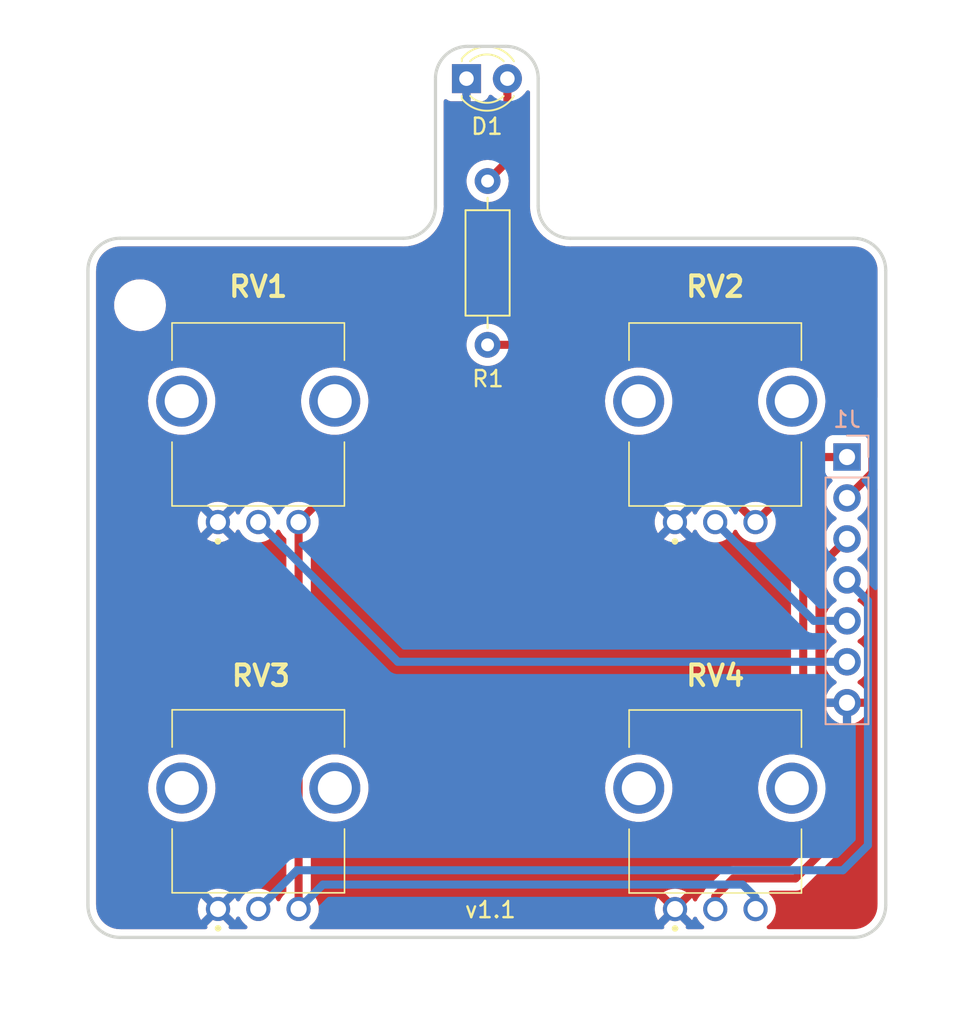
<source format=kicad_pcb>
(kicad_pcb (version 20211014) (generator pcbnew)
  (layers (0 "F.Cu" signal) (31 "B.Cu" signal) (34 "B.Paste" user) (35 "F.Paste" user) (36 "B.SilkS" user "B.Silkscreen") (37 "F.SilkS" user "F.Silkscreen") (38 "B.Mask" user) (39 "F.Mask" user) (44 "Edge.Cuts" user))
  (net 0 "")
  (net 1 "GND")
  (net 2 "Net-(D1-Pad2)")
  (net 3 "+3V3")
  (net 4 "LED")
  (net 5 "POT4")
  (net 6 "POT3")
  (net 7 "POT2")
  (net 8 "POT1")
  (footprint "LED_THT:LED_D3.0mm" (layer "F.Cu") (at 214.376 58.2168)
    (fp_text reference "D1" (at 1.27 2.964896) (layer "F.SilkS"))
    (fp_text value "LED")
    (fp_line (start -0.29 -1.236) (end -0.29 -1.08) (layer "F.SilkS") (width 0.12))
    (fp_line (start -0.29 1.08) (end -0.29 1.236) (layer "F.SilkS") (width 0.12))
    (fp_arc (start 0.229039 -1.08) (mid 1.270117 -1.5) (end 2.31113 -1.079837) (layer "F.SilkS") (width 0.12))
    (fp_arc (start -0.29 -1.235516) (mid 1.366487 -1.987659) (end 2.942335 -1.078608) (layer "F.SilkS") (width 0.12))
    (fp_arc (start 2.31113 1.079837) (mid 1.270117 1.5) (end 0.229039 1.08) (layer "F.SilkS") (width 0.12))
    (fp_arc (start 2.942335 1.078608) (mid 1.366487 1.987659) (end -0.29 1.235516) (layer "F.SilkS") (width 0.12))
    (pad "1" thru_hole rect locked (at 0 0) (size 1.8 1.8) (drill 0.9) (layers *.Cu *.Mask) (net 1 "GND"))
    (pad "2" thru_hole circle locked (at 2.54 0) (size 1.8 1.8) (drill 0.9) (layers *.Cu *.Mask) (net 2 "Net-(D1-Pad2)"))
  )
  (footprint "SamacSys:RK09L1140A5P" (layer "F.Cu") (at 229.816383 80.198005)
    (fp_text reference "RV2" (at 0 -9.078005) (layer "F.SilkS") (effects (font (size 1.27 1.27) (thickness 0.254))))
    (fp_text value "10k" hide)
    (fp_line (start -5.35 0.565) (end -5.35 4.525) (layer "F.SilkS") (width 0.1))
    (fp_line (start -5.35 -6.825) (end 5.35 -6.825) (layer "F.SilkS") (width 0.1))
    (fp_line (start 5.35 4.525) (end 5.35 0.565) (layer "F.SilkS") (width 0.1))
    (fp_line (start -2.6 6.725) (end -2.6 6.725) (layer "F.SilkS") (width 0.2))
    (fp_line (start -5.35 -4.515) (end -5.35 -6.825) (layer "F.SilkS") (width 0.1))
    (fp_line (start -2.4 6.725) (end -2.4 6.725) (layer "F.SilkS") (width 0.2))
    (fp_line (start -5.35 4.525) (end 5.35 4.525) (layer "F.SilkS") (width 0.1))
    (fp_line (start 5.35 -6.825) (end 5.35 -4.515) (layer "F.SilkS") (width 0.1))
    (fp_arc (start -2.4 6.725) (mid -2.5 6.825) (end -2.6 6.725) (layer "F.SilkS") (width 0.2))
    (fp_arc (start -2.6 6.725) (mid -2.5 6.625) (end -2.4 6.725) (layer "F.SilkS") (width 0.2))
    (pad "1" thru_hole circle locked (at -2.5 5.525) (size 1.5 1.5) (drill 1) (layers *.Cu *.Mask) (net 1 "GND"))
    (pad "2" thru_hole circle locked (at 0 5.525) (size 1.5 1.5) (drill 1) (layers *.Cu *.Mask) (net 7 "POT2"))
    (pad "3" thru_hole circle locked (at 2.5 5.525) (size 1.5 1.5) (drill 1) (layers *.Cu *.Mask) (net 3 "+3V3"))
    (pad "MH1" thru_hole circle locked (at -4.75 -1.975) (size 3.164 3.164) (drill 2.1095) (layers *.Cu *.Mask))
    (pad "MH2" thru_hole circle locked (at 4.75 -1.975) (size 3.164 3.164) (drill 2.1095) (layers *.Cu *.Mask))
  )
  (footprint "SamacSys:RK09L1140A5P" (layer "F.Cu") (at 201.454916 104.191108)
    (fp_text reference "RV3" (at 0.159916 -8.941108) (layer "F.SilkS") (effects (font (size 1.27 1.27) (thickness 0.254))))
    (fp_text value "10k" hide)
    (fp_line (start -2.4 6.725) (end -2.4 6.725) (layer "F.SilkS") (width 0.2))
    (fp_line (start -5.35 -4.515) (end -5.35 -6.825) (layer "F.SilkS") (width 0.1))
    (fp_line (start -2.6 6.725) (end -2.6 6.725) (layer "F.SilkS") (width 0.2))
    (fp_line (start -5.35 0.565) (end -5.35 4.525) (layer "F.SilkS") (width 0.1))
    (fp_line (start 5.35 4.525) (end 5.35 0.565) (layer "F.SilkS") (width 0.1))
    (fp_line (start -5.35 -6.825) (end 5.35 -6.825) (layer "F.SilkS") (width 0.1))
    (fp_line (start -5.35 4.525) (end 5.35 4.525) (layer "F.SilkS") (width 0.1))
    (fp_line (start 5.35 -6.825) (end 5.35 -4.515) (layer "F.SilkS") (width 0.1))
    (fp_arc (start -2.6 6.725) (mid -2.5 6.625) (end -2.4 6.725) (layer "F.SilkS") (width 0.2))
    (fp_arc (start -2.4 6.725) (mid -2.5 6.825) (end -2.6 6.725) (layer "F.SilkS") (width 0.2))
    (pad "1" thru_hole circle locked (at -2.5 5.525) (size 1.5 1.5) (drill 1) (layers *.Cu *.Mask) (net 1 "GND"))
    (pad "2" thru_hole circle locked (at 0 5.525) (size 1.5 1.5) (drill 1) (layers *.Cu *.Mask) (net 6 "POT3"))
    (pad "3" thru_hole circle locked (at 2.5 5.525) (size 1.5 1.5) (drill 1) (layers *.Cu *.Mask) (net 3 "+3V3"))
    (pad "MH1" thru_hole circle locked (at -4.75 -1.975) (size 3.164 3.164) (drill 2.1095) (layers *.Cu *.Mask))
    (pad "MH2" thru_hole circle locked (at 4.75 -1.975) (size 3.164 3.164) (drill 2.1095) (layers *.Cu *.Mask))
  )
  (footprint "SamacSys:RK09L1140A5P" (layer "F.Cu") (at 229.821612 104.200162)
    (fp_text reference "RV4" (at 0 -8.950162) (layer "F.SilkS") (effects (font (size 1.27 1.27) (thickness 0.254))))
    (fp_text value "10k" hide)
    (fp_line (start -2.4 6.725) (end -2.4 6.725) (layer "F.SilkS") (width 0.2))
    (fp_line (start -5.35 4.525) (end 5.35 4.525) (layer "F.SilkS") (width 0.1))
    (fp_line (start -5.35 -4.515) (end -5.35 -6.825) (layer "F.SilkS") (width 0.1))
    (fp_line (start -5.35 0.565) (end -5.35 4.525) (layer "F.SilkS") (width 0.1))
    (fp_line (start 5.35 4.525) (end 5.35 0.565) (layer "F.SilkS") (width 0.1))
    (fp_line (start -5.35 -6.825) (end 5.35 -6.825) (layer "F.SilkS") (width 0.1))
    (fp_line (start 5.35 -6.825) (end 5.35 -4.515) (layer "F.SilkS") (width 0.1))
    (fp_line (start -2.6 6.725) (end -2.6 6.725) (layer "F.SilkS") (width 0.2))
    (fp_arc (start -2.4 6.725) (mid -2.5 6.825) (end -2.6 6.725) (layer "F.SilkS") (width 0.2))
    (fp_arc (start -2.6 6.725) (mid -2.5 6.625) (end -2.4 6.725) (layer "F.SilkS") (width 0.2))
    (pad "1" thru_hole circle locked (at -2.5 5.525) (size 1.5 1.5) (drill 1) (layers *.Cu *.Mask) (net 1 "GND"))
    (pad "2" thru_hole circle locked (at 0 5.525) (size 1.5 1.5) (drill 1) (layers *.Cu *.Mask) (net 5 "POT4"))
    (pad "3" thru_hole circle locked (at 2.5 5.525) (size 1.5 1.5) (drill 1) (layers *.Cu *.Mask) (net 3 "+3V3"))
    (pad "MH1" thru_hole circle locked (at -4.75 -1.975) (size 3.164 3.164) (drill 2.1095) (layers *.Cu *.Mask))
    (pad "MH2" thru_hole circle locked (at 4.75 -1.975) (size 3.164 3.164) (drill 2.1095) (layers *.Cu *.Mask))
  )
  (footprint "SamacSys:RK09L1140A5P" (layer "F.Cu") (at 201.44814 80.195462)
    (fp_text reference "RV1" (at 0 -9.075462) (layer "F.SilkS") (effects (font (size 1.27 1.27) (thickness 0.254))))
    (fp_text value "10k" hide)
    (fp_line (start -2.4 6.725) (end -2.4 6.725) (layer "F.SilkS") (width 0.2))
    (fp_line (start -5.35 4.525) (end 5.35 4.525) (layer "F.SilkS") (width 0.1))
    (fp_line (start -5.35 -4.515) (end -5.35 -6.825) (layer "F.SilkS") (width 0.1))
    (fp_line (start -5.35 0.565) (end -5.35 4.525) (layer "F.SilkS") (width 0.1))
    (fp_line (start -5.35 -6.825) (end 5.35 -6.825) (layer "F.SilkS") (width 0.1))
    (fp_line (start 5.35 -6.825) (end 5.35 -4.515) (layer "F.SilkS") (width 0.1))
    (fp_line (start -2.6 6.725) (end -2.6 6.725) (layer "F.SilkS") (width 0.2))
    (fp_line (start 5.35 4.525) (end 5.35 0.565) (layer "F.SilkS") (width 0.1))
    (fp_arc (start -2.6 6.725) (mid -2.5 6.625) (end -2.4 6.725) (layer "F.SilkS") (width 0.2))
    (fp_arc (start -2.4 6.725) (mid -2.5 6.825) (end -2.6 6.725) (layer "F.SilkS") (width 0.2))
    (pad "1" thru_hole circle locked (at -2.5 5.525) (size 1.5 1.5) (drill 1) (layers *.Cu *.Mask) (net 1 "GND"))
    (pad "2" thru_hole circle locked (at 0 5.525) (size 1.5 1.5) (drill 1) (layers *.Cu *.Mask) (net 8 "POT1"))
    (pad "3" thru_hole circle locked (at 2.5 5.525) (size 1.5 1.5) (drill 1) (layers *.Cu *.Mask) (net 3 "+3V3"))
    (pad "MH1" thru_hole circle locked (at -4.75 -1.975) (size 3.164 3.164) (drill 2.1095) (layers *.Cu *.Mask))
    (pad "MH2" thru_hole circle locked (at 4.75 -1.975) (size 3.164 3.164) (drill 2.1095) (layers *.Cu *.Mask))
  )
  (footprint "Resistor_THT:R_Axial_DIN0207_L6.3mm_D2.5mm_P10.16mm_Horizontal" (layer "F.Cu") (at 215.686347 74.727791 90)
    (fp_text reference "R1" (at -2.107209 0.022929 180) (layer "F.SilkS"))
    (fp_text value "1k")
    (fp_line (start 9.12 0) (end 8.35 0) (layer "F.SilkS") (width 0.12))
    (fp_line (start 1.81 -1.37) (end 1.81 1.37) (layer "F.SilkS") (width 0.12))
    (fp_line (start 8.35 -1.37) (end 1.81 -1.37) (layer "F.SilkS") (width 0.12))
    (fp_line (start 1.81 1.37) (end 8.35 1.37) (layer "F.SilkS") (width 0.12))
    (fp_line (start 1.04 0) (end 1.81 0) (layer "F.SilkS") (width 0.12))
    (fp_line (start 8.35 1.37) (end 8.35 -1.37) (layer "F.SilkS") (width 0.12))
    (pad "1" thru_hole circle locked (at 0 0 90) (size 1.6 1.6) (drill 0.8) (layers *.Cu *.Mask) (net 4 "LED"))
    (pad "2" thru_hole oval locked (at 10.16 0 90) (size 1.6 1.6) (drill 0.8) (layers *.Cu *.Mask) (net 2 "Net-(D1-Pad2)"))
  )
  (footprint "MountingHole:MountingHole_2.2mm_M2" (layer "F.Cu") (at 194.111376 72.269926)
    (fp_text reference "H1" hide)
    (fp_text value "M2x11 standoff")
    (pad "" np_thru_hole circle locked (at 0 0) (size 2.2 2.2) (drill 2.2) (layers *.Cu *.Mask))
  )
  (footprint "Connector_PinHeader_2.54mm:PinHeader_1x07_P2.54mm_Vertical" (layer "B.Cu") (at 237.998 81.6864 180)
    (fp_text reference "J1" (at 0 2.33) (layer "B.SilkS") (effects (justify mirror)))
    (fp_text value "Conn_01x07_Female")
    (fp_line (start -1.33 -1.27) (end -1.33 -16.57) (layer "B.SilkS") (width 0.12))
    (fp_line (start -1.33 -1.27) (end 1.33 -1.27) (layer "B.SilkS") (width 0.12))
    (fp_line (start -1.33 1.33) (end 0 1.33) (layer "B.SilkS") (width 0.12))
    (fp_line (start -1.33 0) (end -1.33 1.33) (layer "B.SilkS") (width 0.12))
    (fp_line (start -1.33 -16.57) (end 1.33 -16.57) (layer "B.SilkS") (width 0.12))
    (fp_line (start 1.33 -1.27) (end 1.33 -16.57) (layer "B.SilkS") (width 0.12))
    (pad "1" thru_hole rect locked (at 0 0 180) (size 1.7 1.7) (drill 1) (layers *.Cu *.Mask) (net 3 "+3V3"))
    (pad "2" thru_hole oval locked (at 0 -2.54 180) (size 1.7 1.7) (drill 1) (layers *.Cu *.Mask) (net 4 "LED"))
    (pad "3" thru_hole oval locked (at 0 -5.08 180) (size 1.7 1.7) (drill 1) (layers *.Cu *.Mask) (net 5 "POT4"))
    (pad "4" thru_hole oval locked (at 0 -7.62 180) (size 1.7 1.7) (drill 1) (layers *.Cu *.Mask) (net 6 "POT3"))
    (pad "5" thru_hole oval locked (at 0 -10.16 180) (size 1.7 1.7) (drill 1) (layers *.Cu *.Mask) (net 7 "POT2"))
    (pad "6" thru_hole oval locked (at 0 -12.7 180) (size 1.7 1.7) (drill 1) (layers *.Cu *.Mask) (net 8 "POT1"))
    (pad "7" thru_hole oval locked (at 0 -15.24 180) (size 1.7 1.7) (drill 1) (layers *.Cu *.Mask) (net 1 "GND"))
  )
  (gr_arc (start 238.401118 68.116201) (mid 239.815332 68.701987) (end 240.401118 70.116201) (layer "Edge.Cuts") (width 0.2))
  (gr_arc (start 190.87787 70.116201) (mid 191.463656 68.701987) (end 192.87787 68.116201) (layer "Edge.Cuts") (width 0.2))
  (gr_line (start 218.827601 66.116201) (end 218.827601 58.216201) (layer "Edge.Cuts") (width 0.2))
  (gr_arc (start 220.827601 68.116199) (mid 219.413388 67.530414) (end 218.827601 66.116201) (layer "Edge.Cuts") (width 0.2))
  (gr_line (start 192.87787 111.480417) (end 238.401118 111.480417) (layer "Edge.Cuts") (width 0.2))
  (gr_arc (start 212.451388 66.116201) (mid 211.865601 67.530414) (end 210.451388 68.116199) (layer "Edge.Cuts") (width 0.2))
  (gr_line (start 240.401118 109.480417) (end 240.401118 70.116201) (layer "Edge.Cuts") (width 0.2))
  (gr_line (start 210.451388 68.116199) (end 192.87787 68.116201) (layer "Edge.Cuts") (width 0.2))
  (gr_arc (start 192.87787 111.480417) (mid 191.463656 110.894631) (end 190.87787 109.480417) (layer "Edge.Cuts") (width 0.2))
  (gr_line (start 190.87787 70.116201) (end 190.87787 109.480417) (layer "Edge.Cuts") (width 0.2))
  (gr_line (start 238.401118 68.116201) (end 220.827601 68.116199) (layer "Edge.Cuts") (width 0.2))
  (gr_arc (start 216.827601 56.216201) (mid 218.241814 56.801988) (end 218.827601 58.216201) (layer "Edge.Cuts") (width 0.2))
  (gr_line (start 216.827601 56.216201) (end 214.451388 56.216201) (layer "Edge.Cuts") (width 0.2))
  (gr_arc (start 212.451388 58.216201) (mid 213.037174 56.801987) (end 214.451388 56.216201) (layer "Edge.Cuts") (width 0.2))
  (gr_line (start 212.451388 58.216201) (end 212.451388 66.116201) (layer "Edge.Cuts") (width 0.2))
  (gr_arc (start 240.401118 109.480417) (mid 239.815332 110.894631) (end 238.401118 111.480417) (layer "Edge.Cuts") (width 0.2))
  (gr_text "v1.1" (at 215.861376 109.769926) (layer "F.SilkS") (effects (font (size 1 1))))
  (segment (start 216.916 63.338138) (end 216.916 58.2168) (width 0.5) (layer "F.Cu") (net 2))
  (segment (start 215.686347 64.567791) (end 216.916 63.338138) (width 0.5) (layer "F.Cu") (net 2))
  (segment (start 237.998 81.6864) (end 236.352988 81.6864) (width 0.5) (layer "F.Cu") (net 3))
  (segment (start 232.316383 85.723005) (end 230.464178 83.8708) (width 0.5) (layer "F.Cu") (net 3))
  (segment (start 203.954916 85.727238) (end 203.94814 85.720462) (width 0.5) (layer "F.Cu") (net 3))
  (segment (start 205.797802 83.8708) (end 203.94814 85.720462) (width 0.5) (layer "F.Cu") (net 3))
  (segment (start 230.464178 83.8708) (end 205.797802 83.8708) (width 0.5) (layer "F.Cu") (net 3))
  (segment (start 236.352988 81.6864) (end 232.316383 85.723005) (width 0.5) (layer "F.Cu") (net 3))
  (segment (start 203.954916 109.716108) (end 203.954916 85.727238) (width 0.5) (layer "F.Cu") (net 3))
  (segment (start 205.467024 108.204) (end 203.954916 109.716108) (width 0.5) (layer "B.Cu") (net 3))
  (segment (start 232.321612 109.725162) (end 232.321612 109.004612) (width 0.5) (layer "B.Cu") (net 3))
  (segment (start 231.521 108.204) (end 205.467024 108.204) (width 0.5) (layer "B.Cu") (net 3))
  (segment (start 232.321612 109.004612) (end 231.521 108.204) (width 0.5) (layer "B.Cu") (net 3))
  (segment (start 237.998 84.2264) (end 239.5728 82.6516) (width 0.5) (layer "F.Cu") (net 4))
  (segment (start 235.281191 74.727791) (end 215.686347 74.727791) (width 0.5) (layer "F.Cu") (net 4))
  (segment (start 239.5728 82.6516) (end 239.5728 79.0194) (width 0.5) (layer "F.Cu") (net 4))
  (segment (start 239.5728 79.0194) (end 235.281191 74.727791) (width 0.5) (layer "F.Cu") (net 4))
  (segment (start 235.2802 98.5774) (end 237.0582 100.3554) (width 0.5) (layer "F.Cu") (net 5))
  (segment (start 235.2802 89.4842) (end 235.2802 98.5774) (width 0.5) (layer "F.Cu") (net 5))
  (segment (start 229.821612 108.938188) (end 229.821612 109.725162) (width 0.5) (layer "F.Cu") (net 5))
  (segment (start 237.998 86.7664) (end 235.2802 89.4842) (width 0.5) (layer "F.Cu") (net 5))
  (segment (start 237.0582 105.5624) (end 234.7976 107.823) (width 0.5) (layer "F.Cu") (net 5))
  (segment (start 237.0582 100.3554) (end 237.0582 105.5624) (width 0.5) (layer "F.Cu") (net 5))
  (segment (start 230.9368 107.823) (end 229.821612 108.938188) (width 0.5) (layer "F.Cu") (net 5))
  (segment (start 234.7976 107.823) (end 230.9368 107.823) (width 0.5) (layer "F.Cu") (net 5))
  (segment (start 237.998 89.3064) (end 239.297511 90.605911) (width 0.5) (layer "B.Cu") (net 6))
  (segment (start 237.744 107.315) (end 203.856024 107.315) (width 0.5) (layer "B.Cu") (net 6))
  (segment (start 239.297511 90.605911) (end 239.297511 105.761489) (width 0.5) (layer "B.Cu") (net 6))
  (segment (start 239.297511 105.761489) (end 237.744 107.315) (width 0.5) (layer "B.Cu") (net 6))
  (segment (start 203.856024 107.315) (end 201.454916 109.716108) (width 0.5) (layer "B.Cu") (net 6))
  (segment (start 237.998 91.8464) (end 235.939778 91.8464) (width 0.5) (layer "B.Cu") (net 7))
  (segment (start 235.939778 91.8464) (end 229.816383 85.723005) (width 0.5) (layer "B.Cu") (net 7))
  (segment (start 201.44814 85.720462) (end 210.114078 94.3864) (width 0.5) (layer "B.Cu") (net 8))
  (segment (start 210.114078 94.3864) (end 237.998 94.3864) (width 0.5) (layer "B.Cu") (net 8))
  (zone (net 1) (net_name "GND") (layers F&B.Cu) (connect_pads (clearance 0.508)) (min_thickness 0.254) (fill yes (thermal_gap 0.508) (thermal_bridge_width 0.508))
    (polygon (pts (xy 243.84 116.84) (xy 185.42 116.84) (xy 185.42 53.34) (xy 243.84 53.34)))
  )
)
</source>
